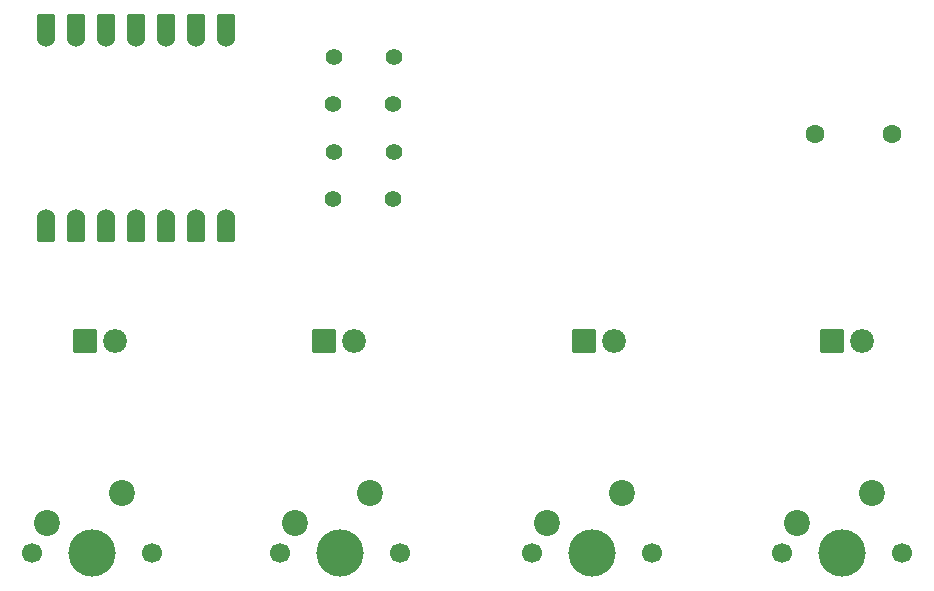
<source format=gbr>
%TF.GenerationSoftware,KiCad,Pcbnew,9.0.2*%
%TF.CreationDate,2025-07-04T18:03:36-03:00*%
%TF.ProjectId,pathfinder,70617468-6669-46e6-9465-722e6b696361,rev?*%
%TF.SameCoordinates,Original*%
%TF.FileFunction,Soldermask,Top*%
%TF.FilePolarity,Negative*%
%FSLAX46Y46*%
G04 Gerber Fmt 4.6, Leading zero omitted, Abs format (unit mm)*
G04 Created by KiCad (PCBNEW 9.0.2) date 2025-07-04 18:03:36*
%MOMM*%
%LPD*%
G01*
G04 APERTURE LIST*
G04 Aperture macros list*
%AMRoundRect*
0 Rectangle with rounded corners*
0 $1 Rounding radius*
0 $2 $3 $4 $5 $6 $7 $8 $9 X,Y pos of 4 corners*
0 Add a 4 corners polygon primitive as box body*
4,1,4,$2,$3,$4,$5,$6,$7,$8,$9,$2,$3,0*
0 Add four circle primitives for the rounded corners*
1,1,$1+$1,$2,$3*
1,1,$1+$1,$4,$5*
1,1,$1+$1,$6,$7*
1,1,$1+$1,$8,$9*
0 Add four rect primitives between the rounded corners*
20,1,$1+$1,$2,$3,$4,$5,0*
20,1,$1+$1,$4,$5,$6,$7,0*
20,1,$1+$1,$6,$7,$8,$9,0*
20,1,$1+$1,$8,$9,$2,$3,0*%
G04 Aperture macros list end*
%ADD10C,1.700000*%
%ADD11C,4.000000*%
%ADD12C,2.200000*%
%ADD13C,1.400000*%
%ADD14C,2.019000*%
%ADD15RoundRect,0.102000X-0.907500X-0.907500X0.907500X-0.907500X0.907500X0.907500X-0.907500X0.907500X0*%
%ADD16C,1.600000*%
%ADD17RoundRect,0.152400X-0.609600X1.063600X-0.609600X-1.063600X0.609600X-1.063600X0.609600X1.063600X0*%
%ADD18C,1.524000*%
%ADD19RoundRect,0.152400X0.609600X-1.063600X0.609600X1.063600X-0.609600X1.063600X-0.609600X-1.063600X0*%
G04 APERTURE END LIST*
D10*
%TO.C,SW1*%
X137840000Y-118000000D03*
D11*
X142920000Y-118000000D03*
D10*
X148000000Y-118000000D03*
D12*
X145460000Y-112920000D03*
X139110000Y-115460000D03*
%TD*%
D13*
%TO.C,R2*%
X121000000Y-80000000D03*
X126080000Y-80000000D03*
%TD*%
D10*
%TO.C,SW4*%
X159000000Y-118000000D03*
D11*
X164080000Y-118000000D03*
D10*
X169160000Y-118000000D03*
D12*
X166620000Y-112920000D03*
X160270000Y-115460000D03*
%TD*%
D14*
%TO.C,D3*%
X122770000Y-100000000D03*
D15*
X120230000Y-100000000D03*
%TD*%
D13*
%TO.C,R1*%
X121080000Y-76000000D03*
X126160000Y-76000000D03*
%TD*%
D14*
%TO.C,D1*%
X102500000Y-100000000D03*
D15*
X99960000Y-100000000D03*
%TD*%
D13*
%TO.C,R4*%
X121000000Y-88000000D03*
X126080000Y-88000000D03*
%TD*%
D16*
%TO.C,BZ1*%
X161750000Y-82500000D03*
X168250000Y-82500000D03*
%TD*%
D17*
%TO.C,U1*%
X96648500Y-90455000D03*
D18*
X96648500Y-89620000D03*
D17*
X99188500Y-90455000D03*
D18*
X99188500Y-89620000D03*
D17*
X101728500Y-90455000D03*
D18*
X101728500Y-89620000D03*
D17*
X104268500Y-90455000D03*
D18*
X104268500Y-89620000D03*
D17*
X106808500Y-90455000D03*
D18*
X106808500Y-89620000D03*
D17*
X109348500Y-90455000D03*
D18*
X109348500Y-89620000D03*
D17*
X111888500Y-90455000D03*
D18*
X111888500Y-89620000D03*
X111888500Y-74380000D03*
D19*
X111888500Y-73545000D03*
D18*
X109348500Y-74380000D03*
D19*
X109348500Y-73545000D03*
D18*
X106808500Y-74380000D03*
D19*
X106808500Y-73545000D03*
D18*
X104268500Y-74380000D03*
D19*
X104268500Y-73545000D03*
D18*
X101728500Y-74380000D03*
D19*
X101728500Y-73545000D03*
D18*
X99188500Y-74380000D03*
D19*
X99188500Y-73545000D03*
D18*
X96648500Y-74380000D03*
D19*
X96648500Y-73545000D03*
%TD*%
D14*
%TO.C,D4*%
X144770000Y-100000000D03*
D15*
X142230000Y-100000000D03*
%TD*%
D13*
%TO.C,R3*%
X121080000Y-84000000D03*
X126160000Y-84000000D03*
%TD*%
D14*
%TO.C,D2*%
X165770000Y-100000000D03*
D15*
X163230000Y-100000000D03*
%TD*%
D10*
%TO.C,SW3*%
X116500000Y-118000000D03*
D11*
X121580000Y-118000000D03*
D10*
X126660000Y-118000000D03*
D12*
X124120000Y-112920000D03*
X117770000Y-115460000D03*
%TD*%
D10*
%TO.C,SW2*%
X95500000Y-118000000D03*
D11*
X100580000Y-118000000D03*
D10*
X105660000Y-118000000D03*
D12*
X103120000Y-112920000D03*
X96770000Y-115460000D03*
%TD*%
M02*

</source>
